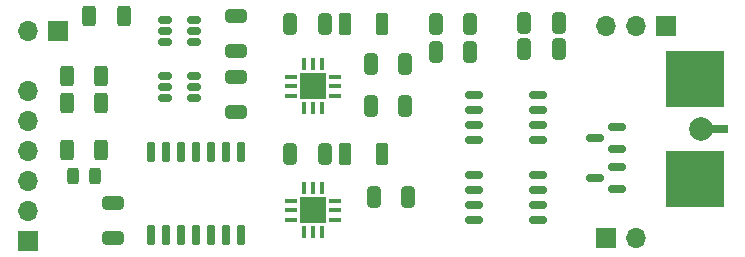
<source format=gbr>
%TF.GenerationSoftware,KiCad,Pcbnew,8.0.6*%
%TF.CreationDate,2024-10-28T10:45:57+07:00*%
%TF.ProjectId,PMOD-Pulser_update,504d4f44-2d50-4756-9c73-65725f757064,rev?*%
%TF.SameCoordinates,PX5e2ce30PY52bb330*%
%TF.FileFunction,Soldermask,Top*%
%TF.FilePolarity,Negative*%
%FSLAX46Y46*%
G04 Gerber Fmt 4.6, Leading zero omitted, Abs format (unit mm)*
G04 Created by KiCad (PCBNEW 8.0.6) date 2024-10-28 10:45:57*
%MOMM*%
%LPD*%
G01*
G04 APERTURE LIST*
G04 Aperture macros list*
%AMRoundRect*
0 Rectangle with rounded corners*
0 $1 Rounding radius*
0 $2 $3 $4 $5 $6 $7 $8 $9 X,Y pos of 4 corners*
0 Add a 4 corners polygon primitive as box body*
4,1,4,$2,$3,$4,$5,$6,$7,$8,$9,$2,$3,0*
0 Add four circle primitives for the rounded corners*
1,1,$1+$1,$2,$3*
1,1,$1+$1,$4,$5*
1,1,$1+$1,$6,$7*
1,1,$1+$1,$8,$9*
0 Add four rect primitives between the rounded corners*
20,1,$1+$1,$2,$3,$4,$5,0*
20,1,$1+$1,$4,$5,$6,$7,0*
20,1,$1+$1,$6,$7,$8,$9,0*
20,1,$1+$1,$8,$9,$2,$3,0*%
G04 Aperture macros list end*
%ADD10C,2.000000*%
%ADD11R,1.700000X1.700000*%
%ADD12O,1.700000X1.700000*%
%ADD13RoundRect,0.150000X0.450000X-0.150000X0.450000X0.150000X-0.450000X0.150000X-0.450000X-0.150000X0*%
%ADD14RoundRect,0.250000X-0.325000X-0.650000X0.325000X-0.650000X0.325000X0.650000X-0.325000X0.650000X0*%
%ADD15RoundRect,0.250000X-0.312500X-0.625000X0.312500X-0.625000X0.312500X0.625000X-0.312500X0.625000X0*%
%ADD16RoundRect,0.150000X0.587500X0.150000X-0.587500X0.150000X-0.587500X-0.150000X0.587500X-0.150000X0*%
%ADD17RoundRect,0.087500X0.462500X-0.087500X0.462500X0.087500X-0.462500X0.087500X-0.462500X-0.087500X0*%
%ADD18RoundRect,0.087500X-0.087500X-0.462500X0.087500X-0.462500X0.087500X0.462500X-0.087500X0.462500X0*%
%ADD19R,2.250000X2.250000*%
%ADD20RoundRect,0.250000X0.650000X-0.325000X0.650000X0.325000X-0.650000X0.325000X-0.650000X-0.325000X0*%
%ADD21RoundRect,0.250000X0.275000X0.700000X-0.275000X0.700000X-0.275000X-0.700000X0.275000X-0.700000X0*%
%ADD22R,2.350000X0.700000*%
%ADD23R,4.900000X4.800000*%
%ADD24RoundRect,0.250000X-0.650000X0.325000X-0.650000X-0.325000X0.650000X-0.325000X0.650000X0.325000X0*%
%ADD25RoundRect,0.162500X0.600000X-0.162500X0.600000X0.162500X-0.600000X0.162500X-0.600000X-0.162500X0*%
%ADD26RoundRect,0.175000X0.175000X0.712500X-0.175000X0.712500X-0.175000X-0.712500X0.175000X-0.712500X0*%
%ADD27RoundRect,0.243750X-0.243750X-0.456250X0.243750X-0.456250X0.243750X0.456250X-0.243750X0.456250X0*%
G04 APERTURE END LIST*
D10*
%TO.C,REF\u002A\u002A*%
X61000000Y11250000D03*
%TD*%
D11*
%TO.C,J4*%
X58000000Y20000000D03*
D12*
X55460000Y20000000D03*
X52920000Y20000000D03*
%TD*%
D13*
%TO.C,IC1*%
X15600000Y20500000D03*
X15600000Y19550000D03*
X15600000Y18600000D03*
X18100000Y18600000D03*
X18100000Y19550000D03*
X18100000Y20500000D03*
%TD*%
D14*
%TO.C,C5*%
X33025000Y13250000D03*
X35975000Y13250000D03*
%TD*%
D15*
%TO.C,R3*%
X7287500Y15750000D03*
X10212500Y15750000D03*
%TD*%
D14*
%TO.C,C6*%
X46025000Y18000000D03*
X48975000Y18000000D03*
%TD*%
D16*
%TO.C,D2*%
X53875000Y6150000D03*
X53875000Y8050000D03*
X52000000Y7100000D03*
%TD*%
D14*
%TO.C,C7*%
X46025000Y20250000D03*
X48975000Y20250000D03*
%TD*%
D17*
%TO.C,IC2*%
X26300000Y15700000D03*
X26300000Y14900000D03*
X26300000Y14100000D03*
D18*
X27350000Y13050000D03*
X28150000Y13050000D03*
X28950000Y13050000D03*
D17*
X30000000Y14100000D03*
X30000000Y14900000D03*
X30000000Y15700000D03*
D18*
X28950000Y16750000D03*
X28150000Y16750000D03*
X27350000Y16750000D03*
D19*
X28150000Y14900000D03*
%TD*%
D16*
%TO.C,D1*%
X53875000Y9550000D03*
X53875000Y11450000D03*
X52000000Y10500000D03*
%TD*%
D20*
%TO.C,C15*%
X21650000Y17875000D03*
X21650000Y20825000D03*
%TD*%
D14*
%TO.C,C4*%
X33025000Y16750000D03*
X35975000Y16750000D03*
%TD*%
D21*
%TO.C,FB2*%
X34025000Y9150000D03*
X30875000Y9150000D03*
%TD*%
%TO.C,FB1*%
X33975000Y20150000D03*
X30825000Y20150000D03*
%TD*%
D20*
%TO.C,C14*%
X11250000Y2025000D03*
X11250000Y4975000D03*
%TD*%
D11*
%TO.C,J6*%
X52920000Y2000000D03*
D12*
X55460000Y2000000D03*
%TD*%
D22*
%TO.C,J1*%
X62101000Y11250000D03*
D23*
X60526000Y7000000D03*
X60526000Y15500000D03*
%TD*%
D15*
%TO.C,R2*%
X9187500Y20850000D03*
X12112500Y20850000D03*
%TD*%
%TO.C,R4*%
X7287500Y13500000D03*
X10212500Y13500000D03*
%TD*%
D14*
%TO.C,C9*%
X33275000Y5500000D03*
X36225000Y5500000D03*
%TD*%
D11*
%TO.C,J2*%
X6540000Y19580000D03*
D12*
X4000000Y19580000D03*
%TD*%
D14*
%TO.C,C2*%
X38525000Y17750000D03*
X41475000Y17750000D03*
%TD*%
D24*
%TO.C,C16*%
X21650000Y15675000D03*
X21650000Y12725000D03*
%TD*%
D25*
%TO.C,IC6*%
X41788000Y7405000D03*
X41788000Y6135000D03*
X41788000Y4865000D03*
X41788000Y3595000D03*
X47212000Y3595000D03*
X47212000Y4865000D03*
X47212000Y6135000D03*
X47212000Y7405000D03*
%TD*%
%TO.C,IC3*%
X41788000Y14155000D03*
X41788000Y12885000D03*
X41788000Y11615000D03*
X41788000Y10345000D03*
X47212000Y10345000D03*
X47212000Y11615000D03*
X47212000Y12885000D03*
X47212000Y14155000D03*
%TD*%
D14*
%TO.C,C8*%
X26225000Y9150000D03*
X29175000Y9150000D03*
%TD*%
D26*
%TO.C,H1*%
X14440000Y2274000D03*
X15710000Y2274000D03*
X16980000Y2274000D03*
X18250000Y2274000D03*
X19520000Y2274000D03*
X20790000Y2274000D03*
X22060000Y2274000D03*
X22060000Y9350000D03*
X20790000Y9350000D03*
X19520000Y9350000D03*
X18250000Y9350000D03*
X16980000Y9350000D03*
X15710000Y9350000D03*
X14440000Y9350000D03*
%TD*%
D14*
%TO.C,C3*%
X38525000Y20150000D03*
X41475000Y20150000D03*
%TD*%
D15*
%TO.C,R1*%
X7287500Y9500000D03*
X10212500Y9500000D03*
%TD*%
D27*
%TO.C,D3*%
X7812500Y7250000D03*
X9687500Y7250000D03*
%TD*%
D11*
%TO.C,J3*%
X4000000Y1800000D03*
D12*
X4000000Y4340000D03*
X4000000Y6880000D03*
X4000000Y9420000D03*
X4000000Y11960000D03*
X4000000Y14500000D03*
%TD*%
D14*
%TO.C,C1*%
X26175000Y20150000D03*
X29125000Y20150000D03*
%TD*%
D13*
%TO.C,IC4*%
X15600000Y15750000D03*
X15600000Y14800000D03*
X15600000Y13850000D03*
X18100000Y13850000D03*
X18100000Y14800000D03*
X18100000Y15750000D03*
%TD*%
D17*
%TO.C,IC5*%
X26300000Y5200000D03*
X26300000Y4400000D03*
X26300000Y3600000D03*
D18*
X27350000Y2550000D03*
X28150000Y2550000D03*
X28950000Y2550000D03*
D17*
X30000000Y3600000D03*
X30000000Y4400000D03*
X30000000Y5200000D03*
D18*
X28950000Y6250000D03*
X28150000Y6250000D03*
X27350000Y6250000D03*
D19*
X28150000Y4400000D03*
%TD*%
M02*

</source>
